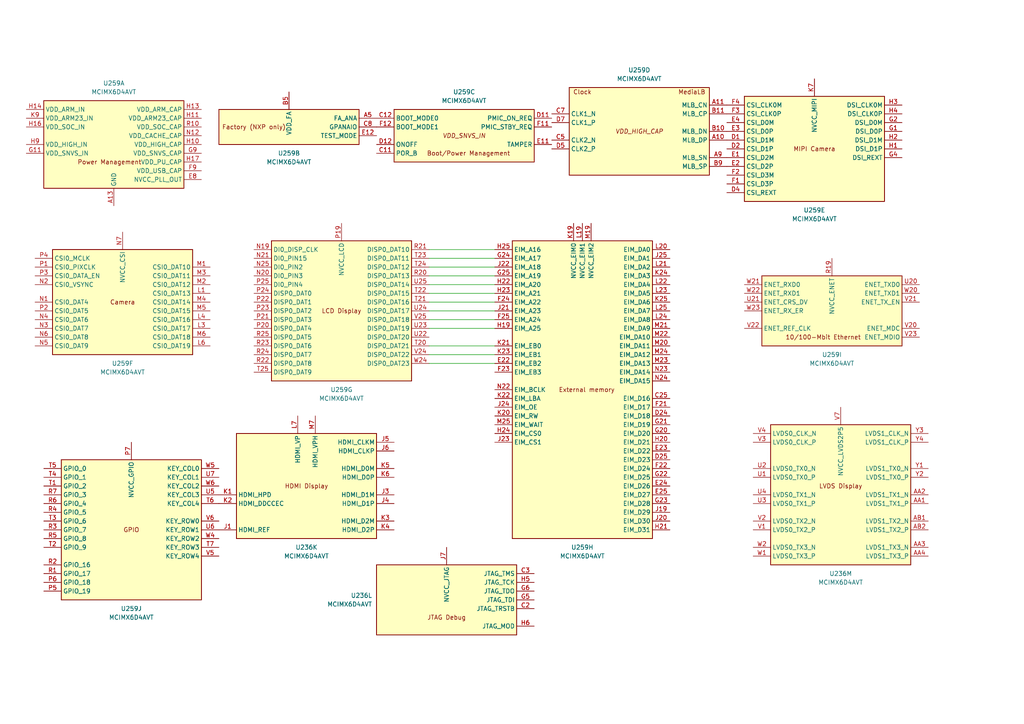
<source format=kicad_sch>
(kicad_sch (version 20250114) (generator "eeschema") (generator_version "9.0")
  (paper "A4")
  (wire (pts (xy 143.51 102.87) (xy 124.46 102.87)))
  (wire (pts (xy 143.51 74.93) (xy 124.46 74.93)))
  (wire (pts (xy 143.51 80.01) (xy 124.46 80.01)))
  (wire (pts (xy 143.51 85.09) (xy 124.46 85.09)))
  (wire (pts (xy 143.51 77.47) (xy 124.46 77.47)))
  (wire (pts (xy 143.51 87.63) (xy 124.46 87.63)))
  (wire (pts (xy 143.51 92.71) (xy 124.46 92.71)))
  (wire (pts (xy 143.51 82.55) (xy 124.46 82.55)))
  (wire (pts (xy 143.51 95.25) (xy 124.46 95.25)))
  (wire (pts (xy 143.51 72.39) (xy 124.46 72.39)))
  (wire (pts (xy 143.51 100.33) (xy 124.46 100.33)))
  (wire (pts (xy 143.51 105.41) (xy 124.46 105.41)))
  (wire (pts (xy 143.51 90.17) (xy 124.46 90.17)))
  (symbol (lib_id "CPU_NXP_IMX:MCIMX6D4AVT") (at 134.62 39.37 0) (unit 3)
    (property "Reference" "U259" (at 134.62 26.67 0))
    (property "Value" "MCIMX6D4AVT" (at 134.62 29.21 0))
    (property "Footprint" "Package_BGA:BGA-624_21x21mm_Layout25x25_P0.8mm" (effects (hide yes)))
    (property "Datasheet" "https://www.nxp.com/docs/en/data-sheet/IMX6DQAEC.pdf" (effects (hide yes)))
    (property "Description" "i.MX 6Dual Automotive and Infotainment Application Processor, BGA-624" (effects (hide yes)))
  )
  (symbol (lib_id "CPU_NXP_IMX:MCIMX6D4AVT") (at 236.22 43.18 0) (unit 5)
    (property "Reference" "U259" (at 236.22 60.96 0))
    (property "Value" "MCIMX6D4AVT" (at 236.22 63.5 0))
    (property "Footprint" "Package_BGA:BGA-624_21x21mm_Layout25x25_P0.8mm" (effects (hide yes)))
    (property "Datasheet" "https://www.nxp.com/docs/en/data-sheet/IMX6DQAEC.pdf" (effects (hide yes)))
    (property "Description" "i.MX 6Dual Automotive and Infotainment Application Processor, BGA-624" (effects (hide yes)))
  )
  (symbol (lib_id "CPU_NXP_IMX:MCIMX6D4AVT") (at 185.42 38.1 0) (unit 4)
    (property "Reference" "U259" (at 185.42 20.32 0))
    (property "Value" "MCIMX6D4AVT" (at 185.42 22.86 0))
    (property "Footprint" "Package_BGA:BGA-624_21x21mm_Layout25x25_P0.8mm" (effects (hide yes)))
    (property "Datasheet" "https://www.nxp.com/docs/en/data-sheet/IMX6DQAEC.pdf" (effects (hide yes)))
    (property "Description" "i.MX 6Dual Automotive and Infotainment Application Processor, BGA-624" (effects (hide yes)))
  )
  (symbol (lib_id "CPU_NXP_IMX:MCIMX6D4AVT") (at 168.91 113.03 0) (unit 8)
    (property "Reference" "U259" (at 168.91 158.75 0))
    (property "Value" "MCIMX6D4AVT" (at 168.91 161.29 0))
    (property "Footprint" "Package_BGA:BGA-624_21x21mm_Layout25x25_P0.8mm" (effects (hide yes)))
    (property "Datasheet" "https://www.nxp.com/docs/en/data-sheet/IMX6DQAEC.pdf" (effects (hide yes)))
    (property "Description" "i.MX 6Dual Automotive and Infotainment Application Processor, BGA-624" (effects (hide yes)))
  )
  (symbol (lib_id "CPU_NXP_IMX:MCIMX6D4AVT") (at 99.06 90.17 0) (unit 7)
    (property "Reference" "U259" (at 99.06 113.03 0))
    (property "Value" "MCIMX6D4AVT" (at 99.06 115.57 0))
    (property "Footprint" "Package_BGA:BGA-624_21x21mm_Layout25x25_P0.8mm" (effects (hide yes)))
    (property "Datasheet" "https://www.nxp.com/docs/en/data-sheet/IMX6DQAEC.pdf" (effects (hide yes)))
    (property "Description" "i.MX 6Dual Automotive and Infotainment Application Processor, BGA-624" (effects (hide yes)))
  )
  (symbol (lib_id "CPU_NXP_IMX:MCIMX6D4AVT") (at 241.3 90.17 0) (unit 9)
    (property "Reference" "U259" (at 241.3 102.87 0))
    (property "Value" "MCIMX6D4AVT" (at 241.3 105.41 0))
    (property "Footprint" "Package_BGA:BGA-624_21x21mm_Layout25x25_P0.8mm" (effects (hide yes)))
    (property "Datasheet" "https://www.nxp.com/docs/en/data-sheet/IMX6DQAEC.pdf" (effects (hide yes)))
    (property "Description" "i.MX 6Dual Automotive and Infotainment Application Processor, BGA-624" (effects (hide yes)))
  )
  (symbol (lib_id "CPU_NXP_IMX:MCIMX6D4AVT") (at 88.9 140.97 0) (unit 11)
    (property "Reference" "U236" (at 88.9 158.75 0))
    (property "Value" "MCIMX6D4AVT" (at 88.9 161.29 0))
    (property "Footprint" "Package_BGA:BGA-624_21x21mm_Layout25x25_P0.8mm" (effects (hide yes)))
    (property "Datasheet" "https://www.nxp.com/docs/en/data-sheet/IMX6DQAEC.pdf" (effects (hide yes)))
    (property "Description" "i.MX 6Dual Automotive and Infotainment Application Processor, BGA-624" (effects (hide yes)))
  )
  (symbol (lib_id "CPU_NXP_IMX:MCIMX6D4AVT") (at 243.84 143.51 0) (unit 13)
    (property "Reference" "U236" (at 243.84 166.37 0))
    (property "Value" "MCIMX6D4AVT" (at 243.84 168.91 0))
    (property "Footprint" "Package_BGA:BGA-624_21x21mm_Layout25x25_P0.8mm" (effects (hide yes)))
    (property "Datasheet" "https://www.nxp.com/docs/en/data-sheet/IMX6DQAEC.pdf" (effects (hide yes)))
    (property "Description" "i.MX 6Dual Automotive and Infotainment Application Processor, BGA-624" (effects (hide yes)))
  )
  (symbol (lib_id "CPU_NXP_IMX:MCIMX6D4AVT") (at 129.54 173.99 0) (unit 12)
    (property "Reference" "U236" (at 107.95 172.7199 0) (effects (justify right)))
    (property "Value" "MCIMX6D4AVT" (at 107.95 175.2599 0) (effects (justify right)))
    (property "Footprint" "Package_BGA:BGA-624_21x21mm_Layout25x25_P0.8mm" (effects (hide yes)))
    (property "Datasheet" "https://www.nxp.com/docs/en/data-sheet/IMX6DQAEC.pdf" (effects (hide yes)))
    (property "Description" "i.MX 6Dual Automotive and Infotainment Application Processor, BGA-624" (effects (hide yes)))
  )
  (symbol (lib_id "CPU_NXP_IMX:MCIMX6D4AVT") (at 83.82 36.83 0) (unit 2)
    (property "Reference" "U259" (at 83.82 44.45 0))
    (property "Value" "MCIMX6D4AVT" (at 83.82 46.99 0))
    (property "Footprint" "Package_BGA:BGA-624_21x21mm_Layout25x25_P0.8mm" (effects (hide yes)))
    (property "Datasheet" "https://www.nxp.com/docs/en/data-sheet/IMX6DQAEC.pdf" (effects (hide yes)))
    (property "Description" "i.MX 6Dual Automotive and Infotainment Application Processor, BGA-624" (effects (hide yes)))
  )
  (symbol (lib_id "CPU_NXP_IMX:MCIMX6D4AVT") (at 35.56 87.63 0) (unit 6)
    (property "Reference" "U259" (at 35.56 105.41 0))
    (property "Value" "MCIMX6D4AVT" (at 35.56 107.95 0))
    (property "Footprint" "Package_BGA:BGA-624_21x21mm_Layout25x25_P0.8mm" (effects (hide yes)))
    (property "Datasheet" "https://www.nxp.com/docs/en/data-sheet/IMX6DQAEC.pdf" (effects (hide yes)))
    (property "Description" "i.MX 6Dual Automotive and Infotainment Application Processor, BGA-624" (effects (hide yes)))
  )
  (symbol (lib_id "CPU_NXP_IMX:MCIMX6D4AVT") (at 33.02 41.91 0) (unit 1)
    (property "Reference" "U259" (at 33.02 24.13 0))
    (property "Value" "MCIMX6D4AVT" (at 33.02 26.67 0))
    (property "Footprint" "Package_BGA:BGA-624_21x21mm_Layout25x25_P0.8mm" (effects (hide yes)))
    (property "Datasheet" "https://www.nxp.com/docs/en/data-sheet/IMX6DQAEC.pdf" (effects (hide yes)))
    (property "Description" "i.MX 6Dual Automotive and Infotainment Application Processor, BGA-624" (effects (hide yes)))
  )
  (symbol (lib_id "CPU_NXP_IMX:MCIMX6D4AVT") (at 38.1 153.67 0) (unit 10)
    (property "Reference" "U259" (at 38.1 176.53 0))
    (property "Value" "MCIMX6D4AVT" (at 38.1 179.07 0))
    (property "Footprint" "Package_BGA:BGA-624_21x21mm_Layout25x25_P0.8mm" (effects (hide yes)))
    (property "Datasheet" "https://www.nxp.com/docs/en/data-sheet/IMX6DQAEC.pdf" (effects (hide yes)))
    (property "Description" "i.MX 6Dual Automotive and Infotainment Application Processor, BGA-624" (effects (hide yes)))
  )
)
</source>
